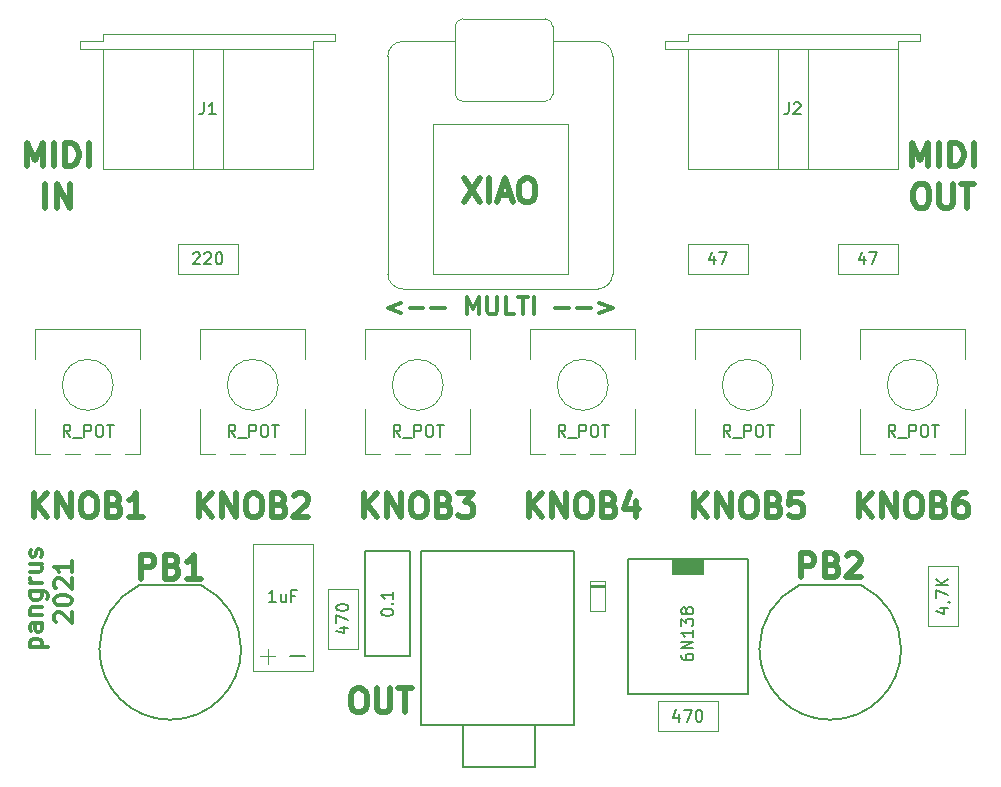
<source format=gbr>
%TF.GenerationSoftware,KiCad,Pcbnew,5.1.9+dfsg1-1+deb11u1*%
%TF.CreationDate,2022-09-13T09:29:43+02:00*%
%TF.ProjectId,multi,6d756c74-692e-46b6-9963-61645f706362,rev?*%
%TF.SameCoordinates,Original*%
%TF.FileFunction,Legend,Top*%
%TF.FilePolarity,Positive*%
%FSLAX46Y46*%
G04 Gerber Fmt 4.6, Leading zero omitted, Abs format (unit mm)*
G04 Created by KiCad (PCBNEW 5.1.9+dfsg1-1+deb11u1) date 2022-09-13 09:29:43*
%MOMM*%
%LPD*%
G01*
G04 APERTURE LIST*
%ADD10C,0.300000*%
%ADD11C,0.375000*%
%ADD12C,0.500000*%
%ADD13C,0.120000*%
%ADD14C,0.150000*%
%ADD15C,0.127000*%
%ADD16C,0.200000*%
G04 APERTURE END LIST*
D10*
X105591571Y-115422571D02*
X107091571Y-115422571D01*
X105663000Y-115422571D02*
X105591571Y-115279714D01*
X105591571Y-114994000D01*
X105663000Y-114851142D01*
X105734428Y-114779714D01*
X105877285Y-114708285D01*
X106305857Y-114708285D01*
X106448714Y-114779714D01*
X106520142Y-114851142D01*
X106591571Y-114994000D01*
X106591571Y-115279714D01*
X106520142Y-115422571D01*
X106591571Y-113422571D02*
X105805857Y-113422571D01*
X105663000Y-113494000D01*
X105591571Y-113636857D01*
X105591571Y-113922571D01*
X105663000Y-114065428D01*
X106520142Y-113422571D02*
X106591571Y-113565428D01*
X106591571Y-113922571D01*
X106520142Y-114065428D01*
X106377285Y-114136857D01*
X106234428Y-114136857D01*
X106091571Y-114065428D01*
X106020142Y-113922571D01*
X106020142Y-113565428D01*
X105948714Y-113422571D01*
X105591571Y-112708285D02*
X106591571Y-112708285D01*
X105734428Y-112708285D02*
X105663000Y-112636857D01*
X105591571Y-112494000D01*
X105591571Y-112279714D01*
X105663000Y-112136857D01*
X105805857Y-112065428D01*
X106591571Y-112065428D01*
X105591571Y-110708285D02*
X106805857Y-110708285D01*
X106948714Y-110779714D01*
X107020142Y-110851142D01*
X107091571Y-110994000D01*
X107091571Y-111208285D01*
X107020142Y-111351142D01*
X106520142Y-110708285D02*
X106591571Y-110851142D01*
X106591571Y-111136857D01*
X106520142Y-111279714D01*
X106448714Y-111351142D01*
X106305857Y-111422571D01*
X105877285Y-111422571D01*
X105734428Y-111351142D01*
X105663000Y-111279714D01*
X105591571Y-111136857D01*
X105591571Y-110851142D01*
X105663000Y-110708285D01*
X106591571Y-109994000D02*
X105591571Y-109994000D01*
X105877285Y-109994000D02*
X105734428Y-109922571D01*
X105663000Y-109851142D01*
X105591571Y-109708285D01*
X105591571Y-109565428D01*
X105591571Y-108422571D02*
X106591571Y-108422571D01*
X105591571Y-109065428D02*
X106377285Y-109065428D01*
X106520142Y-108994000D01*
X106591571Y-108851142D01*
X106591571Y-108636857D01*
X106520142Y-108494000D01*
X106448714Y-108422571D01*
X106520142Y-107779714D02*
X106591571Y-107636857D01*
X106591571Y-107351142D01*
X106520142Y-107208285D01*
X106377285Y-107136857D01*
X106305857Y-107136857D01*
X106163000Y-107208285D01*
X106091571Y-107351142D01*
X106091571Y-107565428D01*
X106020142Y-107708285D01*
X105877285Y-107779714D01*
X105805857Y-107779714D01*
X105663000Y-107708285D01*
X105591571Y-107565428D01*
X105591571Y-107351142D01*
X105663000Y-107208285D01*
X107784428Y-113315428D02*
X107713000Y-113244000D01*
X107641571Y-113101142D01*
X107641571Y-112744000D01*
X107713000Y-112601142D01*
X107784428Y-112529714D01*
X107927285Y-112458285D01*
X108070142Y-112458285D01*
X108284428Y-112529714D01*
X109141571Y-113386857D01*
X109141571Y-112458285D01*
X107641571Y-111529714D02*
X107641571Y-111386857D01*
X107713000Y-111244000D01*
X107784428Y-111172571D01*
X107927285Y-111101142D01*
X108213000Y-111029714D01*
X108570142Y-111029714D01*
X108855857Y-111101142D01*
X108998714Y-111172571D01*
X109070142Y-111244000D01*
X109141571Y-111386857D01*
X109141571Y-111529714D01*
X109070142Y-111672571D01*
X108998714Y-111744000D01*
X108855857Y-111815428D01*
X108570142Y-111886857D01*
X108213000Y-111886857D01*
X107927285Y-111815428D01*
X107784428Y-111744000D01*
X107713000Y-111672571D01*
X107641571Y-111529714D01*
X107784428Y-110458285D02*
X107713000Y-110386857D01*
X107641571Y-110244000D01*
X107641571Y-109886857D01*
X107713000Y-109744000D01*
X107784428Y-109672571D01*
X107927285Y-109601142D01*
X108070142Y-109601142D01*
X108284428Y-109672571D01*
X109141571Y-110529714D01*
X109141571Y-109601142D01*
X109141571Y-108172571D02*
X109141571Y-109029714D01*
X109141571Y-108601142D02*
X107641571Y-108601142D01*
X107855857Y-108744000D01*
X107998714Y-108886857D01*
X108070142Y-109029714D01*
D11*
X137022142Y-86250071D02*
X135879285Y-86678642D01*
X137022142Y-87107214D01*
X137736428Y-86678642D02*
X138879285Y-86678642D01*
X139593571Y-86678642D02*
X140736428Y-86678642D01*
X142593571Y-87250071D02*
X142593571Y-85750071D01*
X143093571Y-86821500D01*
X143593571Y-85750071D01*
X143593571Y-87250071D01*
X144307857Y-85750071D02*
X144307857Y-86964357D01*
X144379285Y-87107214D01*
X144450714Y-87178642D01*
X144593571Y-87250071D01*
X144879285Y-87250071D01*
X145022142Y-87178642D01*
X145093571Y-87107214D01*
X145165000Y-86964357D01*
X145165000Y-85750071D01*
X146593571Y-87250071D02*
X145879285Y-87250071D01*
X145879285Y-85750071D01*
X146879285Y-85750071D02*
X147736428Y-85750071D01*
X147307857Y-87250071D02*
X147307857Y-85750071D01*
X148236428Y-87250071D02*
X148236428Y-85750071D01*
X150093571Y-86678642D02*
X151236428Y-86678642D01*
X151950714Y-86678642D02*
X153093571Y-86678642D01*
X153807857Y-86250071D02*
X154950714Y-86678642D01*
X153807857Y-87107214D01*
D12*
X180260952Y-74719761D02*
X180260952Y-72719761D01*
X180927619Y-74148333D01*
X181594285Y-72719761D01*
X181594285Y-74719761D01*
X182546666Y-74719761D02*
X182546666Y-72719761D01*
X183499047Y-74719761D02*
X183499047Y-72719761D01*
X183975238Y-72719761D01*
X184260952Y-72815000D01*
X184451428Y-73005476D01*
X184546666Y-73195952D01*
X184641904Y-73576904D01*
X184641904Y-73862619D01*
X184546666Y-74243571D01*
X184451428Y-74434047D01*
X184260952Y-74624523D01*
X183975238Y-74719761D01*
X183499047Y-74719761D01*
X185499047Y-74719761D02*
X185499047Y-72719761D01*
X180880000Y-76219761D02*
X181260952Y-76219761D01*
X181451428Y-76315000D01*
X181641904Y-76505476D01*
X181737142Y-76886428D01*
X181737142Y-77553095D01*
X181641904Y-77934047D01*
X181451428Y-78124523D01*
X181260952Y-78219761D01*
X180880000Y-78219761D01*
X180689523Y-78124523D01*
X180499047Y-77934047D01*
X180403809Y-77553095D01*
X180403809Y-76886428D01*
X180499047Y-76505476D01*
X180689523Y-76315000D01*
X180880000Y-76219761D01*
X182594285Y-76219761D02*
X182594285Y-77838809D01*
X182689523Y-78029285D01*
X182784761Y-78124523D01*
X182975238Y-78219761D01*
X183356190Y-78219761D01*
X183546666Y-78124523D01*
X183641904Y-78029285D01*
X183737142Y-77838809D01*
X183737142Y-76219761D01*
X184403809Y-76219761D02*
X185546666Y-76219761D01*
X184975238Y-78219761D02*
X184975238Y-76219761D01*
X105330952Y-74719761D02*
X105330952Y-72719761D01*
X105997619Y-74148333D01*
X106664285Y-72719761D01*
X106664285Y-74719761D01*
X107616666Y-74719761D02*
X107616666Y-72719761D01*
X108569047Y-74719761D02*
X108569047Y-72719761D01*
X109045238Y-72719761D01*
X109330952Y-72815000D01*
X109521428Y-73005476D01*
X109616666Y-73195952D01*
X109711904Y-73576904D01*
X109711904Y-73862619D01*
X109616666Y-74243571D01*
X109521428Y-74434047D01*
X109330952Y-74624523D01*
X109045238Y-74719761D01*
X108569047Y-74719761D01*
X110569047Y-74719761D02*
X110569047Y-72719761D01*
X106902380Y-78219761D02*
X106902380Y-76219761D01*
X107854761Y-78219761D02*
X107854761Y-76219761D01*
X108997619Y-78219761D01*
X108997619Y-76219761D01*
D13*
%TO.C,KNOB6*%
X175895000Y-88519000D02*
X175895000Y-91059000D01*
X184785000Y-88519000D02*
X184785000Y-91059000D01*
X175895000Y-88519000D02*
X184785000Y-88519000D01*
X182495261Y-93218000D02*
G75*
G03*
X182495261Y-93218000I-2155261J0D01*
G01*
X175895000Y-95250000D02*
X175895000Y-99060000D01*
X184785000Y-95250000D02*
X184785000Y-99060000D01*
X178435000Y-99060000D02*
X179705000Y-99060000D01*
X180975000Y-99060000D02*
X182245000Y-99060000D01*
X175895000Y-99060000D02*
X177165000Y-99060000D01*
X183515000Y-99060000D02*
X184785000Y-99060000D01*
%TO.C,KNOB5*%
X161925000Y-88519000D02*
X161925000Y-91059000D01*
X170815000Y-88519000D02*
X170815000Y-91059000D01*
X161925000Y-88519000D02*
X170815000Y-88519000D01*
X168525261Y-93218000D02*
G75*
G03*
X168525261Y-93218000I-2155261J0D01*
G01*
X161925000Y-95250000D02*
X161925000Y-99060000D01*
X170815000Y-95250000D02*
X170815000Y-99060000D01*
X164465000Y-99060000D02*
X165735000Y-99060000D01*
X167005000Y-99060000D02*
X168275000Y-99060000D01*
X161925000Y-99060000D02*
X163195000Y-99060000D01*
X169545000Y-99060000D02*
X170815000Y-99060000D01*
%TO.C,KNOB4*%
X147955000Y-88519000D02*
X147955000Y-91059000D01*
X156845000Y-88519000D02*
X156845000Y-91059000D01*
X147955000Y-88519000D02*
X156845000Y-88519000D01*
X154555261Y-93218000D02*
G75*
G03*
X154555261Y-93218000I-2155261J0D01*
G01*
X147955000Y-95250000D02*
X147955000Y-99060000D01*
X156845000Y-95250000D02*
X156845000Y-99060000D01*
X150495000Y-99060000D02*
X151765000Y-99060000D01*
X153035000Y-99060000D02*
X154305000Y-99060000D01*
X147955000Y-99060000D02*
X149225000Y-99060000D01*
X155575000Y-99060000D02*
X156845000Y-99060000D01*
%TO.C,KNOB3*%
X133985000Y-88519000D02*
X133985000Y-91059000D01*
X142875000Y-88519000D02*
X142875000Y-91059000D01*
X133985000Y-88519000D02*
X142875000Y-88519000D01*
X140585261Y-93218000D02*
G75*
G03*
X140585261Y-93218000I-2155261J0D01*
G01*
X133985000Y-95250000D02*
X133985000Y-99060000D01*
X142875000Y-95250000D02*
X142875000Y-99060000D01*
X136525000Y-99060000D02*
X137795000Y-99060000D01*
X139065000Y-99060000D02*
X140335000Y-99060000D01*
X133985000Y-99060000D02*
X135255000Y-99060000D01*
X141605000Y-99060000D02*
X142875000Y-99060000D01*
%TO.C,KNOB2*%
X120015000Y-88519000D02*
X120015000Y-91059000D01*
X128905000Y-88519000D02*
X128905000Y-91059000D01*
X120015000Y-88519000D02*
X128905000Y-88519000D01*
X126615261Y-93218000D02*
G75*
G03*
X126615261Y-93218000I-2155261J0D01*
G01*
X120015000Y-95250000D02*
X120015000Y-99060000D01*
X128905000Y-95250000D02*
X128905000Y-99060000D01*
X122555000Y-99060000D02*
X123825000Y-99060000D01*
X125095000Y-99060000D02*
X126365000Y-99060000D01*
X120015000Y-99060000D02*
X121285000Y-99060000D01*
X127635000Y-99060000D02*
X128905000Y-99060000D01*
%TO.C,KNOB1*%
X106045000Y-88519000D02*
X106045000Y-91059000D01*
X114935000Y-88519000D02*
X114935000Y-91059000D01*
X106045000Y-88519000D02*
X114935000Y-88519000D01*
X112645261Y-93218000D02*
G75*
G03*
X112645261Y-93218000I-2155261J0D01*
G01*
X106045000Y-95250000D02*
X106045000Y-99060000D01*
X114935000Y-95250000D02*
X114935000Y-99060000D01*
X108585000Y-99060000D02*
X109855000Y-99060000D01*
X111125000Y-99060000D02*
X112395000Y-99060000D01*
X106045000Y-99060000D02*
X107315000Y-99060000D01*
X113665000Y-99060000D02*
X114935000Y-99060000D01*
%TO.C,R1*%
X133350000Y-115570000D02*
X133350000Y-110490000D01*
X130810000Y-115570000D02*
X130810000Y-110490000D01*
X130810000Y-110490000D02*
X133350000Y-110490000D01*
X130810000Y-115570000D02*
X133350000Y-115570000D01*
%TO.C,R2*%
X179070000Y-81280000D02*
X173990000Y-81280000D01*
X179070000Y-83820000D02*
X173990000Y-83820000D01*
X173990000Y-83820000D02*
X173990000Y-81280000D01*
X179070000Y-83820000D02*
X179070000Y-81280000D01*
%TO.C,R3*%
X161290000Y-83820000D02*
X166370000Y-83820000D01*
X161290000Y-81280000D02*
X166370000Y-81280000D01*
X166370000Y-81280000D02*
X166370000Y-83820000D01*
X161290000Y-81280000D02*
X161290000Y-83820000D01*
%TO.C,R4*%
X118110000Y-83820000D02*
X123190000Y-83820000D01*
X118110000Y-81280000D02*
X123190000Y-81280000D01*
X123190000Y-81280000D02*
X123190000Y-83820000D01*
X118110000Y-81280000D02*
X118110000Y-83820000D01*
%TO.C,R5*%
X184150000Y-113665000D02*
X184150000Y-108585000D01*
X181610000Y-113665000D02*
X181610000Y-108585000D01*
X181610000Y-108585000D02*
X184150000Y-108585000D01*
X181610000Y-113665000D02*
X184150000Y-113665000D01*
%TO.C,R6*%
X158750000Y-122555000D02*
X163830000Y-122555000D01*
X158750000Y-120015000D02*
X163830000Y-120015000D01*
X163830000Y-120015000D02*
X163830000Y-122555000D01*
X158750000Y-120015000D02*
X158750000Y-122555000D01*
D14*
%TO.C,J3*%
X138684000Y-122047000D02*
X138684000Y-107315000D01*
X151638000Y-107315000D02*
X151638000Y-122047000D01*
X151638000Y-122047000D02*
X138684000Y-122047000D01*
X151638000Y-107315000D02*
X138684000Y-107315000D01*
X142240000Y-122047000D02*
X142240000Y-125603000D01*
X142240000Y-125603000D02*
X148336000Y-125603000D01*
X148336000Y-125603000D02*
X148336000Y-122047000D01*
D15*
%TO.C,PB2*%
X170740000Y-110170000D02*
X175970000Y-110170000D01*
X167355000Y-115570000D02*
G75*
G02*
X170740000Y-110170000I6000693J-599D01*
G01*
X179355000Y-115570000D02*
G75*
G03*
X175970000Y-110170000I-6003218J-2181D01*
G01*
X167355000Y-115570000D02*
G75*
G03*
X179355000Y-115570000I6000000J0D01*
G01*
%TO.C,PB1*%
X114860000Y-110170000D02*
X120090000Y-110170000D01*
X111475000Y-115570000D02*
G75*
G02*
X114860000Y-110170000I6000693J-599D01*
G01*
X123475000Y-115570000D02*
G75*
G03*
X120090000Y-110170000I-6003218J-2181D01*
G01*
X111475000Y-115570000D02*
G75*
G03*
X123475000Y-115570000I6000000J0D01*
G01*
D13*
%TO.C,J2*%
X161290000Y-64135000D02*
X159385000Y-64135000D01*
X180975000Y-64135000D02*
X179070000Y-64135000D01*
X161290000Y-63500000D02*
X161290000Y-64135000D01*
X180975000Y-63500000D02*
X161290000Y-63500000D01*
X180975000Y-64135000D02*
X180975000Y-63500000D01*
X179070000Y-64135000D02*
X179070000Y-64770000D01*
X159385000Y-64770000D02*
X161290000Y-64770000D01*
X159385000Y-64135000D02*
X159385000Y-64770000D01*
X179070000Y-64770000D02*
X161290000Y-64770000D01*
X161290000Y-74930000D02*
X161290000Y-64770000D01*
X179070000Y-74930000D02*
X179070000Y-64770000D01*
X179070000Y-74930000D02*
X161290000Y-74930000D01*
X171450000Y-74930000D02*
X171450000Y-64770000D01*
X168910000Y-74930000D02*
X168910000Y-64770000D01*
%TO.C,U2*%
X149225000Y-62230000D02*
X142240000Y-62230000D01*
X149225000Y-69215000D02*
X142240000Y-69215000D01*
X149860000Y-62865000D02*
X149860000Y-68580000D01*
X141605000Y-62865000D02*
X141605000Y-68580000D01*
X137160000Y-64135000D02*
X141605000Y-64135000D01*
X153670000Y-64135000D02*
X149860000Y-64135000D01*
X154940000Y-65405000D02*
X154940000Y-83820000D01*
X135890000Y-65405000D02*
X135890000Y-83820000D01*
X153670000Y-85090000D02*
X137160000Y-85090000D01*
X151130000Y-71120000D02*
X139700000Y-71120000D01*
X151130000Y-83820000D02*
X151130000Y-71120000D01*
X139700000Y-83820000D02*
X139700000Y-71120000D01*
X151130000Y-83820000D02*
X139700000Y-83820000D01*
X154940000Y-83820000D02*
G75*
G02*
X153670000Y-85090000I-1270000J0D01*
G01*
X137160000Y-85090000D02*
G75*
G02*
X135890000Y-83820000I0J1270000D01*
G01*
X135890000Y-65405000D02*
G75*
G02*
X137160000Y-64135000I1270000J0D01*
G01*
X153670000Y-64135000D02*
G75*
G02*
X154940000Y-65405000I0J-1270000D01*
G01*
X149225000Y-62230000D02*
G75*
G02*
X149860000Y-62865000I0J-635000D01*
G01*
X141605000Y-62865000D02*
G75*
G02*
X142240000Y-62230000I635000J0D01*
G01*
X142240000Y-69215000D02*
G75*
G02*
X141605000Y-68580000I0J635000D01*
G01*
X149860000Y-68580000D02*
G75*
G02*
X149225000Y-69215000I-635000J0D01*
G01*
%TO.C,C2*%
X124460000Y-106680000D02*
X124460000Y-117475000D01*
X129540000Y-106680000D02*
X129540000Y-117475000D01*
X124460000Y-117475000D02*
X129540000Y-117475000D01*
X129540000Y-106680000D02*
X124460000Y-106680000D01*
X125730000Y-115570000D02*
X125730000Y-116840000D01*
X125095000Y-116205000D02*
X126365000Y-116205000D01*
D14*
X127635000Y-116205000D02*
X128905000Y-116205000D01*
D13*
%TO.C,D1*%
X154241500Y-110363000D02*
X153098500Y-110363000D01*
X154241500Y-110172500D02*
X153098500Y-110172500D01*
X154305000Y-110299500D02*
X153035000Y-110299500D01*
X154305000Y-110236000D02*
X153035000Y-110236000D01*
X153035000Y-109855000D02*
X153035000Y-112395000D01*
X154305000Y-109855000D02*
X153035000Y-109855000D01*
X154305000Y-112395000D02*
X153035000Y-112395000D01*
X154305000Y-109855000D02*
X154305000Y-112395000D01*
D14*
%TO.C,C1*%
X137795000Y-116205000D02*
X133985000Y-116205000D01*
X137795000Y-107315000D02*
X137795000Y-116205000D01*
X133985000Y-107315000D02*
X137795000Y-107315000D01*
X133985000Y-116205000D02*
X133985000Y-107315000D01*
D13*
%TO.C,J1*%
X111760000Y-64135000D02*
X109855000Y-64135000D01*
X131445000Y-64135000D02*
X129540000Y-64135000D01*
X111760000Y-63500000D02*
X111760000Y-64135000D01*
X131445000Y-63500000D02*
X111760000Y-63500000D01*
X131445000Y-64135000D02*
X131445000Y-63500000D01*
X129540000Y-64135000D02*
X129540000Y-64770000D01*
X109855000Y-64770000D02*
X111760000Y-64770000D01*
X109855000Y-64135000D02*
X109855000Y-64770000D01*
X129540000Y-64770000D02*
X111760000Y-64770000D01*
X111760000Y-74930000D02*
X111760000Y-64770000D01*
X129540000Y-74930000D02*
X129540000Y-64770000D01*
X129540000Y-74930000D02*
X111760000Y-74930000D01*
X121920000Y-74930000D02*
X121920000Y-64770000D01*
X119380000Y-74930000D02*
X119380000Y-64770000D01*
D14*
%TO.C,U1*%
X166370000Y-107950000D02*
X156210000Y-107950000D01*
X160020000Y-109220000D02*
X160020000Y-107950000D01*
X162560000Y-109220000D02*
X160020000Y-109220000D01*
X162560000Y-107950000D02*
X162560000Y-109220000D01*
X166370000Y-119380000D02*
X156210000Y-119380000D01*
X166370000Y-107950000D02*
X166370000Y-119380000D01*
X156210000Y-107950000D02*
X156210000Y-119380000D01*
X162560000Y-108077000D02*
X160020000Y-108077000D01*
X162560000Y-108204000D02*
X160020000Y-108204000D01*
X162560000Y-108331000D02*
X160020000Y-108331000D01*
X162560000Y-108458000D02*
X160020000Y-108458000D01*
X162560000Y-108585000D02*
X160020000Y-108585000D01*
X162560000Y-108712000D02*
X160020000Y-108712000D01*
X162560000Y-108839000D02*
X160020000Y-108839000D01*
X162560000Y-108966000D02*
X160020000Y-108966000D01*
X162560000Y-109093000D02*
X160020000Y-109093000D01*
%TO.C,KNOB6*%
D12*
X175768571Y-104409761D02*
X175768571Y-102409761D01*
X176911428Y-104409761D02*
X176054285Y-103266904D01*
X176911428Y-102409761D02*
X175768571Y-103552619D01*
X177768571Y-104409761D02*
X177768571Y-102409761D01*
X178911428Y-104409761D01*
X178911428Y-102409761D01*
X180244761Y-102409761D02*
X180625714Y-102409761D01*
X180816190Y-102505000D01*
X181006666Y-102695476D01*
X181101904Y-103076428D01*
X181101904Y-103743095D01*
X181006666Y-104124047D01*
X180816190Y-104314523D01*
X180625714Y-104409761D01*
X180244761Y-104409761D01*
X180054285Y-104314523D01*
X179863809Y-104124047D01*
X179768571Y-103743095D01*
X179768571Y-103076428D01*
X179863809Y-102695476D01*
X180054285Y-102505000D01*
X180244761Y-102409761D01*
X182625714Y-103362142D02*
X182911428Y-103457380D01*
X183006666Y-103552619D01*
X183101904Y-103743095D01*
X183101904Y-104028809D01*
X183006666Y-104219285D01*
X182911428Y-104314523D01*
X182720952Y-104409761D01*
X181959047Y-104409761D01*
X181959047Y-102409761D01*
X182625714Y-102409761D01*
X182816190Y-102505000D01*
X182911428Y-102600238D01*
X183006666Y-102790714D01*
X183006666Y-102981190D01*
X182911428Y-103171666D01*
X182816190Y-103266904D01*
X182625714Y-103362142D01*
X181959047Y-103362142D01*
X184816190Y-102409761D02*
X184435238Y-102409761D01*
X184244761Y-102505000D01*
X184149523Y-102600238D01*
X183959047Y-102885952D01*
X183863809Y-103266904D01*
X183863809Y-104028809D01*
X183959047Y-104219285D01*
X184054285Y-104314523D01*
X184244761Y-104409761D01*
X184625714Y-104409761D01*
X184816190Y-104314523D01*
X184911428Y-104219285D01*
X185006666Y-104028809D01*
X185006666Y-103552619D01*
X184911428Y-103362142D01*
X184816190Y-103266904D01*
X184625714Y-103171666D01*
X184244761Y-103171666D01*
X184054285Y-103266904D01*
X183959047Y-103362142D01*
X183863809Y-103552619D01*
D14*
X178863809Y-97607380D02*
X178530476Y-97131190D01*
X178292380Y-97607380D02*
X178292380Y-96607380D01*
X178673333Y-96607380D01*
X178768571Y-96655000D01*
X178816190Y-96702619D01*
X178863809Y-96797857D01*
X178863809Y-96940714D01*
X178816190Y-97035952D01*
X178768571Y-97083571D01*
X178673333Y-97131190D01*
X178292380Y-97131190D01*
X179054285Y-97702619D02*
X179816190Y-97702619D01*
X180054285Y-97607380D02*
X180054285Y-96607380D01*
X180435238Y-96607380D01*
X180530476Y-96655000D01*
X180578095Y-96702619D01*
X180625714Y-96797857D01*
X180625714Y-96940714D01*
X180578095Y-97035952D01*
X180530476Y-97083571D01*
X180435238Y-97131190D01*
X180054285Y-97131190D01*
X181244761Y-96607380D02*
X181435238Y-96607380D01*
X181530476Y-96655000D01*
X181625714Y-96750238D01*
X181673333Y-96940714D01*
X181673333Y-97274047D01*
X181625714Y-97464523D01*
X181530476Y-97559761D01*
X181435238Y-97607380D01*
X181244761Y-97607380D01*
X181149523Y-97559761D01*
X181054285Y-97464523D01*
X181006666Y-97274047D01*
X181006666Y-96940714D01*
X181054285Y-96750238D01*
X181149523Y-96655000D01*
X181244761Y-96607380D01*
X181959047Y-96607380D02*
X182530476Y-96607380D01*
X182244761Y-97607380D02*
X182244761Y-96607380D01*
%TO.C,KNOB5*%
D12*
X161798571Y-104409761D02*
X161798571Y-102409761D01*
X162941428Y-104409761D02*
X162084285Y-103266904D01*
X162941428Y-102409761D02*
X161798571Y-103552619D01*
X163798571Y-104409761D02*
X163798571Y-102409761D01*
X164941428Y-104409761D01*
X164941428Y-102409761D01*
X166274761Y-102409761D02*
X166655714Y-102409761D01*
X166846190Y-102505000D01*
X167036666Y-102695476D01*
X167131904Y-103076428D01*
X167131904Y-103743095D01*
X167036666Y-104124047D01*
X166846190Y-104314523D01*
X166655714Y-104409761D01*
X166274761Y-104409761D01*
X166084285Y-104314523D01*
X165893809Y-104124047D01*
X165798571Y-103743095D01*
X165798571Y-103076428D01*
X165893809Y-102695476D01*
X166084285Y-102505000D01*
X166274761Y-102409761D01*
X168655714Y-103362142D02*
X168941428Y-103457380D01*
X169036666Y-103552619D01*
X169131904Y-103743095D01*
X169131904Y-104028809D01*
X169036666Y-104219285D01*
X168941428Y-104314523D01*
X168750952Y-104409761D01*
X167989047Y-104409761D01*
X167989047Y-102409761D01*
X168655714Y-102409761D01*
X168846190Y-102505000D01*
X168941428Y-102600238D01*
X169036666Y-102790714D01*
X169036666Y-102981190D01*
X168941428Y-103171666D01*
X168846190Y-103266904D01*
X168655714Y-103362142D01*
X167989047Y-103362142D01*
X170941428Y-102409761D02*
X169989047Y-102409761D01*
X169893809Y-103362142D01*
X169989047Y-103266904D01*
X170179523Y-103171666D01*
X170655714Y-103171666D01*
X170846190Y-103266904D01*
X170941428Y-103362142D01*
X171036666Y-103552619D01*
X171036666Y-104028809D01*
X170941428Y-104219285D01*
X170846190Y-104314523D01*
X170655714Y-104409761D01*
X170179523Y-104409761D01*
X169989047Y-104314523D01*
X169893809Y-104219285D01*
D14*
X164893809Y-97607380D02*
X164560476Y-97131190D01*
X164322380Y-97607380D02*
X164322380Y-96607380D01*
X164703333Y-96607380D01*
X164798571Y-96655000D01*
X164846190Y-96702619D01*
X164893809Y-96797857D01*
X164893809Y-96940714D01*
X164846190Y-97035952D01*
X164798571Y-97083571D01*
X164703333Y-97131190D01*
X164322380Y-97131190D01*
X165084285Y-97702619D02*
X165846190Y-97702619D01*
X166084285Y-97607380D02*
X166084285Y-96607380D01*
X166465238Y-96607380D01*
X166560476Y-96655000D01*
X166608095Y-96702619D01*
X166655714Y-96797857D01*
X166655714Y-96940714D01*
X166608095Y-97035952D01*
X166560476Y-97083571D01*
X166465238Y-97131190D01*
X166084285Y-97131190D01*
X167274761Y-96607380D02*
X167465238Y-96607380D01*
X167560476Y-96655000D01*
X167655714Y-96750238D01*
X167703333Y-96940714D01*
X167703333Y-97274047D01*
X167655714Y-97464523D01*
X167560476Y-97559761D01*
X167465238Y-97607380D01*
X167274761Y-97607380D01*
X167179523Y-97559761D01*
X167084285Y-97464523D01*
X167036666Y-97274047D01*
X167036666Y-96940714D01*
X167084285Y-96750238D01*
X167179523Y-96655000D01*
X167274761Y-96607380D01*
X167989047Y-96607380D02*
X168560476Y-96607380D01*
X168274761Y-97607380D02*
X168274761Y-96607380D01*
%TO.C,KNOB4*%
D12*
X147828571Y-104409761D02*
X147828571Y-102409761D01*
X148971428Y-104409761D02*
X148114285Y-103266904D01*
X148971428Y-102409761D02*
X147828571Y-103552619D01*
X149828571Y-104409761D02*
X149828571Y-102409761D01*
X150971428Y-104409761D01*
X150971428Y-102409761D01*
X152304761Y-102409761D02*
X152685714Y-102409761D01*
X152876190Y-102505000D01*
X153066666Y-102695476D01*
X153161904Y-103076428D01*
X153161904Y-103743095D01*
X153066666Y-104124047D01*
X152876190Y-104314523D01*
X152685714Y-104409761D01*
X152304761Y-104409761D01*
X152114285Y-104314523D01*
X151923809Y-104124047D01*
X151828571Y-103743095D01*
X151828571Y-103076428D01*
X151923809Y-102695476D01*
X152114285Y-102505000D01*
X152304761Y-102409761D01*
X154685714Y-103362142D02*
X154971428Y-103457380D01*
X155066666Y-103552619D01*
X155161904Y-103743095D01*
X155161904Y-104028809D01*
X155066666Y-104219285D01*
X154971428Y-104314523D01*
X154780952Y-104409761D01*
X154019047Y-104409761D01*
X154019047Y-102409761D01*
X154685714Y-102409761D01*
X154876190Y-102505000D01*
X154971428Y-102600238D01*
X155066666Y-102790714D01*
X155066666Y-102981190D01*
X154971428Y-103171666D01*
X154876190Y-103266904D01*
X154685714Y-103362142D01*
X154019047Y-103362142D01*
X156876190Y-103076428D02*
X156876190Y-104409761D01*
X156400000Y-102314523D02*
X155923809Y-103743095D01*
X157161904Y-103743095D01*
D14*
X150923809Y-97607380D02*
X150590476Y-97131190D01*
X150352380Y-97607380D02*
X150352380Y-96607380D01*
X150733333Y-96607380D01*
X150828571Y-96655000D01*
X150876190Y-96702619D01*
X150923809Y-96797857D01*
X150923809Y-96940714D01*
X150876190Y-97035952D01*
X150828571Y-97083571D01*
X150733333Y-97131190D01*
X150352380Y-97131190D01*
X151114285Y-97702619D02*
X151876190Y-97702619D01*
X152114285Y-97607380D02*
X152114285Y-96607380D01*
X152495238Y-96607380D01*
X152590476Y-96655000D01*
X152638095Y-96702619D01*
X152685714Y-96797857D01*
X152685714Y-96940714D01*
X152638095Y-97035952D01*
X152590476Y-97083571D01*
X152495238Y-97131190D01*
X152114285Y-97131190D01*
X153304761Y-96607380D02*
X153495238Y-96607380D01*
X153590476Y-96655000D01*
X153685714Y-96750238D01*
X153733333Y-96940714D01*
X153733333Y-97274047D01*
X153685714Y-97464523D01*
X153590476Y-97559761D01*
X153495238Y-97607380D01*
X153304761Y-97607380D01*
X153209523Y-97559761D01*
X153114285Y-97464523D01*
X153066666Y-97274047D01*
X153066666Y-96940714D01*
X153114285Y-96750238D01*
X153209523Y-96655000D01*
X153304761Y-96607380D01*
X154019047Y-96607380D02*
X154590476Y-96607380D01*
X154304761Y-97607380D02*
X154304761Y-96607380D01*
%TO.C,KNOB3*%
D12*
X133858571Y-104409761D02*
X133858571Y-102409761D01*
X135001428Y-104409761D02*
X134144285Y-103266904D01*
X135001428Y-102409761D02*
X133858571Y-103552619D01*
X135858571Y-104409761D02*
X135858571Y-102409761D01*
X137001428Y-104409761D01*
X137001428Y-102409761D01*
X138334761Y-102409761D02*
X138715714Y-102409761D01*
X138906190Y-102505000D01*
X139096666Y-102695476D01*
X139191904Y-103076428D01*
X139191904Y-103743095D01*
X139096666Y-104124047D01*
X138906190Y-104314523D01*
X138715714Y-104409761D01*
X138334761Y-104409761D01*
X138144285Y-104314523D01*
X137953809Y-104124047D01*
X137858571Y-103743095D01*
X137858571Y-103076428D01*
X137953809Y-102695476D01*
X138144285Y-102505000D01*
X138334761Y-102409761D01*
X140715714Y-103362142D02*
X141001428Y-103457380D01*
X141096666Y-103552619D01*
X141191904Y-103743095D01*
X141191904Y-104028809D01*
X141096666Y-104219285D01*
X141001428Y-104314523D01*
X140810952Y-104409761D01*
X140049047Y-104409761D01*
X140049047Y-102409761D01*
X140715714Y-102409761D01*
X140906190Y-102505000D01*
X141001428Y-102600238D01*
X141096666Y-102790714D01*
X141096666Y-102981190D01*
X141001428Y-103171666D01*
X140906190Y-103266904D01*
X140715714Y-103362142D01*
X140049047Y-103362142D01*
X141858571Y-102409761D02*
X143096666Y-102409761D01*
X142430000Y-103171666D01*
X142715714Y-103171666D01*
X142906190Y-103266904D01*
X143001428Y-103362142D01*
X143096666Y-103552619D01*
X143096666Y-104028809D01*
X143001428Y-104219285D01*
X142906190Y-104314523D01*
X142715714Y-104409761D01*
X142144285Y-104409761D01*
X141953809Y-104314523D01*
X141858571Y-104219285D01*
D14*
X136953809Y-97607380D02*
X136620476Y-97131190D01*
X136382380Y-97607380D02*
X136382380Y-96607380D01*
X136763333Y-96607380D01*
X136858571Y-96655000D01*
X136906190Y-96702619D01*
X136953809Y-96797857D01*
X136953809Y-96940714D01*
X136906190Y-97035952D01*
X136858571Y-97083571D01*
X136763333Y-97131190D01*
X136382380Y-97131190D01*
X137144285Y-97702619D02*
X137906190Y-97702619D01*
X138144285Y-97607380D02*
X138144285Y-96607380D01*
X138525238Y-96607380D01*
X138620476Y-96655000D01*
X138668095Y-96702619D01*
X138715714Y-96797857D01*
X138715714Y-96940714D01*
X138668095Y-97035952D01*
X138620476Y-97083571D01*
X138525238Y-97131190D01*
X138144285Y-97131190D01*
X139334761Y-96607380D02*
X139525238Y-96607380D01*
X139620476Y-96655000D01*
X139715714Y-96750238D01*
X139763333Y-96940714D01*
X139763333Y-97274047D01*
X139715714Y-97464523D01*
X139620476Y-97559761D01*
X139525238Y-97607380D01*
X139334761Y-97607380D01*
X139239523Y-97559761D01*
X139144285Y-97464523D01*
X139096666Y-97274047D01*
X139096666Y-96940714D01*
X139144285Y-96750238D01*
X139239523Y-96655000D01*
X139334761Y-96607380D01*
X140049047Y-96607380D02*
X140620476Y-96607380D01*
X140334761Y-97607380D02*
X140334761Y-96607380D01*
%TO.C,KNOB2*%
D12*
X119888571Y-104409761D02*
X119888571Y-102409761D01*
X121031428Y-104409761D02*
X120174285Y-103266904D01*
X121031428Y-102409761D02*
X119888571Y-103552619D01*
X121888571Y-104409761D02*
X121888571Y-102409761D01*
X123031428Y-104409761D01*
X123031428Y-102409761D01*
X124364761Y-102409761D02*
X124745714Y-102409761D01*
X124936190Y-102505000D01*
X125126666Y-102695476D01*
X125221904Y-103076428D01*
X125221904Y-103743095D01*
X125126666Y-104124047D01*
X124936190Y-104314523D01*
X124745714Y-104409761D01*
X124364761Y-104409761D01*
X124174285Y-104314523D01*
X123983809Y-104124047D01*
X123888571Y-103743095D01*
X123888571Y-103076428D01*
X123983809Y-102695476D01*
X124174285Y-102505000D01*
X124364761Y-102409761D01*
X126745714Y-103362142D02*
X127031428Y-103457380D01*
X127126666Y-103552619D01*
X127221904Y-103743095D01*
X127221904Y-104028809D01*
X127126666Y-104219285D01*
X127031428Y-104314523D01*
X126840952Y-104409761D01*
X126079047Y-104409761D01*
X126079047Y-102409761D01*
X126745714Y-102409761D01*
X126936190Y-102505000D01*
X127031428Y-102600238D01*
X127126666Y-102790714D01*
X127126666Y-102981190D01*
X127031428Y-103171666D01*
X126936190Y-103266904D01*
X126745714Y-103362142D01*
X126079047Y-103362142D01*
X127983809Y-102600238D02*
X128079047Y-102505000D01*
X128269523Y-102409761D01*
X128745714Y-102409761D01*
X128936190Y-102505000D01*
X129031428Y-102600238D01*
X129126666Y-102790714D01*
X129126666Y-102981190D01*
X129031428Y-103266904D01*
X127888571Y-104409761D01*
X129126666Y-104409761D01*
D14*
X122983809Y-97607380D02*
X122650476Y-97131190D01*
X122412380Y-97607380D02*
X122412380Y-96607380D01*
X122793333Y-96607380D01*
X122888571Y-96655000D01*
X122936190Y-96702619D01*
X122983809Y-96797857D01*
X122983809Y-96940714D01*
X122936190Y-97035952D01*
X122888571Y-97083571D01*
X122793333Y-97131190D01*
X122412380Y-97131190D01*
X123174285Y-97702619D02*
X123936190Y-97702619D01*
X124174285Y-97607380D02*
X124174285Y-96607380D01*
X124555238Y-96607380D01*
X124650476Y-96655000D01*
X124698095Y-96702619D01*
X124745714Y-96797857D01*
X124745714Y-96940714D01*
X124698095Y-97035952D01*
X124650476Y-97083571D01*
X124555238Y-97131190D01*
X124174285Y-97131190D01*
X125364761Y-96607380D02*
X125555238Y-96607380D01*
X125650476Y-96655000D01*
X125745714Y-96750238D01*
X125793333Y-96940714D01*
X125793333Y-97274047D01*
X125745714Y-97464523D01*
X125650476Y-97559761D01*
X125555238Y-97607380D01*
X125364761Y-97607380D01*
X125269523Y-97559761D01*
X125174285Y-97464523D01*
X125126666Y-97274047D01*
X125126666Y-96940714D01*
X125174285Y-96750238D01*
X125269523Y-96655000D01*
X125364761Y-96607380D01*
X126079047Y-96607380D02*
X126650476Y-96607380D01*
X126364761Y-97607380D02*
X126364761Y-96607380D01*
%TO.C,KNOB1*%
D12*
X105918571Y-104409761D02*
X105918571Y-102409761D01*
X107061428Y-104409761D02*
X106204285Y-103266904D01*
X107061428Y-102409761D02*
X105918571Y-103552619D01*
X107918571Y-104409761D02*
X107918571Y-102409761D01*
X109061428Y-104409761D01*
X109061428Y-102409761D01*
X110394761Y-102409761D02*
X110775714Y-102409761D01*
X110966190Y-102505000D01*
X111156666Y-102695476D01*
X111251904Y-103076428D01*
X111251904Y-103743095D01*
X111156666Y-104124047D01*
X110966190Y-104314523D01*
X110775714Y-104409761D01*
X110394761Y-104409761D01*
X110204285Y-104314523D01*
X110013809Y-104124047D01*
X109918571Y-103743095D01*
X109918571Y-103076428D01*
X110013809Y-102695476D01*
X110204285Y-102505000D01*
X110394761Y-102409761D01*
X112775714Y-103362142D02*
X113061428Y-103457380D01*
X113156666Y-103552619D01*
X113251904Y-103743095D01*
X113251904Y-104028809D01*
X113156666Y-104219285D01*
X113061428Y-104314523D01*
X112870952Y-104409761D01*
X112109047Y-104409761D01*
X112109047Y-102409761D01*
X112775714Y-102409761D01*
X112966190Y-102505000D01*
X113061428Y-102600238D01*
X113156666Y-102790714D01*
X113156666Y-102981190D01*
X113061428Y-103171666D01*
X112966190Y-103266904D01*
X112775714Y-103362142D01*
X112109047Y-103362142D01*
X115156666Y-104409761D02*
X114013809Y-104409761D01*
X114585238Y-104409761D02*
X114585238Y-102409761D01*
X114394761Y-102695476D01*
X114204285Y-102885952D01*
X114013809Y-102981190D01*
D14*
X109013809Y-97607380D02*
X108680476Y-97131190D01*
X108442380Y-97607380D02*
X108442380Y-96607380D01*
X108823333Y-96607380D01*
X108918571Y-96655000D01*
X108966190Y-96702619D01*
X109013809Y-96797857D01*
X109013809Y-96940714D01*
X108966190Y-97035952D01*
X108918571Y-97083571D01*
X108823333Y-97131190D01*
X108442380Y-97131190D01*
X109204285Y-97702619D02*
X109966190Y-97702619D01*
X110204285Y-97607380D02*
X110204285Y-96607380D01*
X110585238Y-96607380D01*
X110680476Y-96655000D01*
X110728095Y-96702619D01*
X110775714Y-96797857D01*
X110775714Y-96940714D01*
X110728095Y-97035952D01*
X110680476Y-97083571D01*
X110585238Y-97131190D01*
X110204285Y-97131190D01*
X111394761Y-96607380D02*
X111585238Y-96607380D01*
X111680476Y-96655000D01*
X111775714Y-96750238D01*
X111823333Y-96940714D01*
X111823333Y-97274047D01*
X111775714Y-97464523D01*
X111680476Y-97559761D01*
X111585238Y-97607380D01*
X111394761Y-97607380D01*
X111299523Y-97559761D01*
X111204285Y-97464523D01*
X111156666Y-97274047D01*
X111156666Y-96940714D01*
X111204285Y-96750238D01*
X111299523Y-96655000D01*
X111394761Y-96607380D01*
X112109047Y-96607380D02*
X112680476Y-96607380D01*
X112394761Y-97607380D02*
X112394761Y-96607380D01*
%TO.C,R1*%
D16*
X131865714Y-113791904D02*
X132532380Y-113791904D01*
X131484761Y-114030000D02*
X132199047Y-114268095D01*
X132199047Y-113649047D01*
X131532380Y-113363333D02*
X131532380Y-112696666D01*
X132532380Y-113125238D01*
X131532380Y-112125238D02*
X131532380Y-112030000D01*
X131580000Y-111934761D01*
X131627619Y-111887142D01*
X131722857Y-111839523D01*
X131913333Y-111791904D01*
X132151428Y-111791904D01*
X132341904Y-111839523D01*
X132437142Y-111887142D01*
X132484761Y-111934761D01*
X132532380Y-112030000D01*
X132532380Y-112125238D01*
X132484761Y-112220476D01*
X132437142Y-112268095D01*
X132341904Y-112315714D01*
X132151428Y-112363333D01*
X131913333Y-112363333D01*
X131722857Y-112315714D01*
X131627619Y-112268095D01*
X131580000Y-112220476D01*
X131532380Y-112125238D01*
%TO.C,R2*%
X176244285Y-82335714D02*
X176244285Y-83002380D01*
X176006190Y-81954761D02*
X175768095Y-82669047D01*
X176387142Y-82669047D01*
X176672857Y-82002380D02*
X177339523Y-82002380D01*
X176910952Y-83002380D01*
%TO.C,R3*%
X163544285Y-82335714D02*
X163544285Y-83002380D01*
X163306190Y-81954761D02*
X163068095Y-82669047D01*
X163687142Y-82669047D01*
X163972857Y-82002380D02*
X164639523Y-82002380D01*
X164210952Y-83002380D01*
%TO.C,R4*%
X119411904Y-82097619D02*
X119459523Y-82050000D01*
X119554761Y-82002380D01*
X119792857Y-82002380D01*
X119888095Y-82050000D01*
X119935714Y-82097619D01*
X119983333Y-82192857D01*
X119983333Y-82288095D01*
X119935714Y-82430952D01*
X119364285Y-83002380D01*
X119983333Y-83002380D01*
X120364285Y-82097619D02*
X120411904Y-82050000D01*
X120507142Y-82002380D01*
X120745238Y-82002380D01*
X120840476Y-82050000D01*
X120888095Y-82097619D01*
X120935714Y-82192857D01*
X120935714Y-82288095D01*
X120888095Y-82430952D01*
X120316666Y-83002380D01*
X120935714Y-83002380D01*
X121554761Y-82002380D02*
X121650000Y-82002380D01*
X121745238Y-82050000D01*
X121792857Y-82097619D01*
X121840476Y-82192857D01*
X121888095Y-82383333D01*
X121888095Y-82621428D01*
X121840476Y-82811904D01*
X121792857Y-82907142D01*
X121745238Y-82954761D01*
X121650000Y-83002380D01*
X121554761Y-83002380D01*
X121459523Y-82954761D01*
X121411904Y-82907142D01*
X121364285Y-82811904D01*
X121316666Y-82621428D01*
X121316666Y-82383333D01*
X121364285Y-82192857D01*
X121411904Y-82097619D01*
X121459523Y-82050000D01*
X121554761Y-82002380D01*
%TO.C,R5*%
X182665714Y-112148809D02*
X183332380Y-112148809D01*
X182284761Y-112386904D02*
X182999047Y-112625000D01*
X182999047Y-112005952D01*
X183284761Y-111577380D02*
X183332380Y-111577380D01*
X183427619Y-111625000D01*
X183475238Y-111672619D01*
X182332380Y-111244047D02*
X182332380Y-110577380D01*
X183332380Y-111005952D01*
X183332380Y-110196428D02*
X182332380Y-110196428D01*
X183332380Y-109625000D02*
X182760952Y-110053571D01*
X182332380Y-109625000D02*
X182903809Y-110196428D01*
%TO.C,R6*%
X160528095Y-121070714D02*
X160528095Y-121737380D01*
X160290000Y-120689761D02*
X160051904Y-121404047D01*
X160670952Y-121404047D01*
X160956666Y-120737380D02*
X161623333Y-120737380D01*
X161194761Y-121737380D01*
X162194761Y-120737380D02*
X162290000Y-120737380D01*
X162385238Y-120785000D01*
X162432857Y-120832619D01*
X162480476Y-120927857D01*
X162528095Y-121118333D01*
X162528095Y-121356428D01*
X162480476Y-121546904D01*
X162432857Y-121642142D01*
X162385238Y-121689761D01*
X162290000Y-121737380D01*
X162194761Y-121737380D01*
X162099523Y-121689761D01*
X162051904Y-121642142D01*
X162004285Y-121546904D01*
X161956666Y-121356428D01*
X161956666Y-121118333D01*
X162004285Y-120927857D01*
X162051904Y-120832619D01*
X162099523Y-120785000D01*
X162194761Y-120737380D01*
%TO.C,J3*%
D12*
X133255000Y-118919761D02*
X133635952Y-118919761D01*
X133826428Y-119015000D01*
X134016904Y-119205476D01*
X134112142Y-119586428D01*
X134112142Y-120253095D01*
X134016904Y-120634047D01*
X133826428Y-120824523D01*
X133635952Y-120919761D01*
X133255000Y-120919761D01*
X133064523Y-120824523D01*
X132874047Y-120634047D01*
X132778809Y-120253095D01*
X132778809Y-119586428D01*
X132874047Y-119205476D01*
X133064523Y-119015000D01*
X133255000Y-118919761D01*
X134969285Y-118919761D02*
X134969285Y-120538809D01*
X135064523Y-120729285D01*
X135159761Y-120824523D01*
X135350238Y-120919761D01*
X135731190Y-120919761D01*
X135921666Y-120824523D01*
X136016904Y-120729285D01*
X136112142Y-120538809D01*
X136112142Y-118919761D01*
X136778809Y-118919761D02*
X137921666Y-118919761D01*
X137350238Y-120919761D02*
X137350238Y-118919761D01*
%TO.C,PB2*%
X170878809Y-109489761D02*
X170878809Y-107489761D01*
X171640714Y-107489761D01*
X171831190Y-107585000D01*
X171926428Y-107680238D01*
X172021666Y-107870714D01*
X172021666Y-108156428D01*
X171926428Y-108346904D01*
X171831190Y-108442142D01*
X171640714Y-108537380D01*
X170878809Y-108537380D01*
X173545476Y-108442142D02*
X173831190Y-108537380D01*
X173926428Y-108632619D01*
X174021666Y-108823095D01*
X174021666Y-109108809D01*
X173926428Y-109299285D01*
X173831190Y-109394523D01*
X173640714Y-109489761D01*
X172878809Y-109489761D01*
X172878809Y-107489761D01*
X173545476Y-107489761D01*
X173735952Y-107585000D01*
X173831190Y-107680238D01*
X173926428Y-107870714D01*
X173926428Y-108061190D01*
X173831190Y-108251666D01*
X173735952Y-108346904D01*
X173545476Y-108442142D01*
X172878809Y-108442142D01*
X174783571Y-107680238D02*
X174878809Y-107585000D01*
X175069285Y-107489761D01*
X175545476Y-107489761D01*
X175735952Y-107585000D01*
X175831190Y-107680238D01*
X175926428Y-107870714D01*
X175926428Y-108061190D01*
X175831190Y-108346904D01*
X174688333Y-109489761D01*
X175926428Y-109489761D01*
%TO.C,PB1*%
X114998809Y-109616761D02*
X114998809Y-107616761D01*
X115760714Y-107616761D01*
X115951190Y-107712000D01*
X116046428Y-107807238D01*
X116141666Y-107997714D01*
X116141666Y-108283428D01*
X116046428Y-108473904D01*
X115951190Y-108569142D01*
X115760714Y-108664380D01*
X114998809Y-108664380D01*
X117665476Y-108569142D02*
X117951190Y-108664380D01*
X118046428Y-108759619D01*
X118141666Y-108950095D01*
X118141666Y-109235809D01*
X118046428Y-109426285D01*
X117951190Y-109521523D01*
X117760714Y-109616761D01*
X116998809Y-109616761D01*
X116998809Y-107616761D01*
X117665476Y-107616761D01*
X117855952Y-107712000D01*
X117951190Y-107807238D01*
X118046428Y-107997714D01*
X118046428Y-108188190D01*
X117951190Y-108378666D01*
X117855952Y-108473904D01*
X117665476Y-108569142D01*
X116998809Y-108569142D01*
X120046428Y-109616761D02*
X118903571Y-109616761D01*
X119475000Y-109616761D02*
X119475000Y-107616761D01*
X119284523Y-107902476D01*
X119094047Y-108092952D01*
X118903571Y-108188190D01*
%TO.C,J2*%
D14*
X169846666Y-69302380D02*
X169846666Y-70016666D01*
X169799047Y-70159523D01*
X169703809Y-70254761D01*
X169560952Y-70302380D01*
X169465714Y-70302380D01*
X170275238Y-69397619D02*
X170322857Y-69350000D01*
X170418095Y-69302380D01*
X170656190Y-69302380D01*
X170751428Y-69350000D01*
X170799047Y-69397619D01*
X170846666Y-69492857D01*
X170846666Y-69588095D01*
X170799047Y-69730952D01*
X170227619Y-70302380D01*
X170846666Y-70302380D01*
%TO.C,U2*%
D12*
X142367380Y-75739761D02*
X143700714Y-77739761D01*
X143700714Y-75739761D02*
X142367380Y-77739761D01*
X144462619Y-77739761D02*
X144462619Y-75739761D01*
X145319761Y-77168333D02*
X146272142Y-77168333D01*
X145129285Y-77739761D02*
X145795952Y-75739761D01*
X146462619Y-77739761D01*
X147510238Y-75739761D02*
X147891190Y-75739761D01*
X148081666Y-75835000D01*
X148272142Y-76025476D01*
X148367380Y-76406428D01*
X148367380Y-77073095D01*
X148272142Y-77454047D01*
X148081666Y-77644523D01*
X147891190Y-77739761D01*
X147510238Y-77739761D01*
X147319761Y-77644523D01*
X147129285Y-77454047D01*
X147034047Y-77073095D01*
X147034047Y-76406428D01*
X147129285Y-76025476D01*
X147319761Y-75835000D01*
X147510238Y-75739761D01*
%TO.C,C2*%
D14*
X126404761Y-111577380D02*
X125833333Y-111577380D01*
X126119047Y-111577380D02*
X126119047Y-110577380D01*
X126023809Y-110720238D01*
X125928571Y-110815476D01*
X125833333Y-110863095D01*
X127261904Y-110910714D02*
X127261904Y-111577380D01*
X126833333Y-110910714D02*
X126833333Y-111434523D01*
X126880952Y-111529761D01*
X126976190Y-111577380D01*
X127119047Y-111577380D01*
X127214285Y-111529761D01*
X127261904Y-111482142D01*
X128071428Y-111053571D02*
X127738095Y-111053571D01*
X127738095Y-111577380D02*
X127738095Y-110577380D01*
X128214285Y-110577380D01*
%TO.C,C1*%
D16*
X135342380Y-112521904D02*
X135342380Y-112426666D01*
X135390000Y-112331428D01*
X135437619Y-112283809D01*
X135532857Y-112236190D01*
X135723333Y-112188571D01*
X135961428Y-112188571D01*
X136151904Y-112236190D01*
X136247142Y-112283809D01*
X136294761Y-112331428D01*
X136342380Y-112426666D01*
X136342380Y-112521904D01*
X136294761Y-112617142D01*
X136247142Y-112664761D01*
X136151904Y-112712380D01*
X135961428Y-112760000D01*
X135723333Y-112760000D01*
X135532857Y-112712380D01*
X135437619Y-112664761D01*
X135390000Y-112617142D01*
X135342380Y-112521904D01*
X136247142Y-111760000D02*
X136294761Y-111712380D01*
X136342380Y-111760000D01*
X136294761Y-111807619D01*
X136247142Y-111760000D01*
X136342380Y-111760000D01*
X136342380Y-110760000D02*
X136342380Y-111331428D01*
X136342380Y-111045714D02*
X135342380Y-111045714D01*
X135485238Y-111140952D01*
X135580476Y-111236190D01*
X135628095Y-111331428D01*
%TO.C,J1*%
D14*
X120316666Y-69302380D02*
X120316666Y-70016666D01*
X120269047Y-70159523D01*
X120173809Y-70254761D01*
X120030952Y-70302380D01*
X119935714Y-70302380D01*
X121316666Y-70302380D02*
X120745238Y-70302380D01*
X121030952Y-70302380D02*
X121030952Y-69302380D01*
X120935714Y-69445238D01*
X120840476Y-69540476D01*
X120745238Y-69588095D01*
%TO.C,U1*%
X160742380Y-116061904D02*
X160742380Y-116252380D01*
X160790000Y-116347619D01*
X160837619Y-116395238D01*
X160980476Y-116490476D01*
X161170952Y-116538095D01*
X161551904Y-116538095D01*
X161647142Y-116490476D01*
X161694761Y-116442857D01*
X161742380Y-116347619D01*
X161742380Y-116157142D01*
X161694761Y-116061904D01*
X161647142Y-116014285D01*
X161551904Y-115966666D01*
X161313809Y-115966666D01*
X161218571Y-116014285D01*
X161170952Y-116061904D01*
X161123333Y-116157142D01*
X161123333Y-116347619D01*
X161170952Y-116442857D01*
X161218571Y-116490476D01*
X161313809Y-116538095D01*
X161742380Y-115538095D02*
X160742380Y-115538095D01*
X161742380Y-114966666D01*
X160742380Y-114966666D01*
X161742380Y-113966666D02*
X161742380Y-114538095D01*
X161742380Y-114252380D02*
X160742380Y-114252380D01*
X160885238Y-114347619D01*
X160980476Y-114442857D01*
X161028095Y-114538095D01*
X160742380Y-113633333D02*
X160742380Y-113014285D01*
X161123333Y-113347619D01*
X161123333Y-113204761D01*
X161170952Y-113109523D01*
X161218571Y-113061904D01*
X161313809Y-113014285D01*
X161551904Y-113014285D01*
X161647142Y-113061904D01*
X161694761Y-113109523D01*
X161742380Y-113204761D01*
X161742380Y-113490476D01*
X161694761Y-113585714D01*
X161647142Y-113633333D01*
X161170952Y-112442857D02*
X161123333Y-112538095D01*
X161075714Y-112585714D01*
X160980476Y-112633333D01*
X160932857Y-112633333D01*
X160837619Y-112585714D01*
X160790000Y-112538095D01*
X160742380Y-112442857D01*
X160742380Y-112252380D01*
X160790000Y-112157142D01*
X160837619Y-112109523D01*
X160932857Y-112061904D01*
X160980476Y-112061904D01*
X161075714Y-112109523D01*
X161123333Y-112157142D01*
X161170952Y-112252380D01*
X161170952Y-112442857D01*
X161218571Y-112538095D01*
X161266190Y-112585714D01*
X161361428Y-112633333D01*
X161551904Y-112633333D01*
X161647142Y-112585714D01*
X161694761Y-112538095D01*
X161742380Y-112442857D01*
X161742380Y-112252380D01*
X161694761Y-112157142D01*
X161647142Y-112109523D01*
X161551904Y-112061904D01*
X161361428Y-112061904D01*
X161266190Y-112109523D01*
X161218571Y-112157142D01*
X161170952Y-112252380D01*
%TD*%
M02*

</source>
